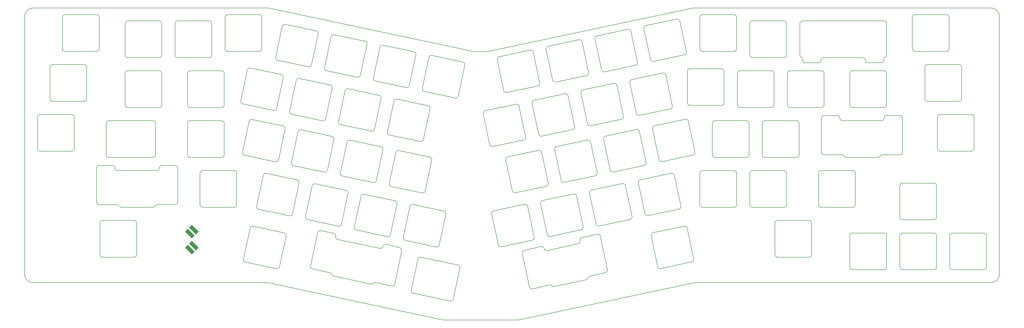
<source format=gto>
G04 #@! TF.GenerationSoftware,KiCad,Pcbnew,5.1.10-88a1d61d58~90~ubuntu21.04.1*
G04 #@! TF.CreationDate,2021-09-18T02:25:30+02:00*
G04 #@! TF.ProjectId,basketweave_plate,6261736b-6574-4776-9561-76655f706c61,rev?*
G04 #@! TF.SameCoordinates,Original*
G04 #@! TF.FileFunction,Legend,Top*
G04 #@! TF.FilePolarity,Positive*
%FSLAX46Y46*%
G04 Gerber Fmt 4.6, Leading zero omitted, Abs format (unit mm)*
G04 Created by KiCad (PCBNEW 5.1.10-88a1d61d58~90~ubuntu21.04.1) date 2021-09-18 02:25:30*
%MOMM*%
%LPD*%
G01*
G04 APERTURE LIST*
G04 #@! TA.AperFunction,Profile*
%ADD10C,0.200000*%
G04 #@! TD*
%ADD11C,0.100000*%
G04 APERTURE END LIST*
D10*
X320524504Y-61387507D02*
G75*
G02*
X319524504Y-60387507I0J1000000D01*
G01*
X351487500Y-58387506D02*
X351487500Y-46387500D01*
X318981000Y-59277223D02*
G75*
G02*
X318437500Y-58387500I456500J889723D01*
G01*
X344400517Y-61387507D02*
G75*
G02*
X343400517Y-60387507I0J1000000D01*
G01*
X350944000Y-59277229D02*
G75*
G03*
X350400500Y-60166952I456500J-889723D01*
G01*
X350944000Y-59277229D02*
G75*
G03*
X351487500Y-58387506I-456500J889723D01*
G01*
X350482515Y-45387499D02*
X319432509Y-45387499D01*
X350400521Y-60387507D02*
G75*
G02*
X349400520Y-61387508I-1000001J0D01*
G01*
X344400517Y-61387508D02*
X349400520Y-61387508D01*
X318437500Y-46387500D02*
G75*
G02*
X319437500Y-45387500I1000000J0D01*
G01*
X326524508Y-60387507D02*
G75*
G02*
X325524507Y-61387508I-1000001J0D01*
G01*
X350487499Y-45387499D02*
G75*
G02*
X351487500Y-46387500I0J-1000001D01*
G01*
X320524504Y-61387508D02*
X325524507Y-61387508D01*
X350400500Y-60166952D02*
X350400521Y-60387507D01*
X342400516Y-59387506D02*
G75*
G02*
X343400517Y-60387507I0J-1000001D01*
G01*
X318981000Y-59277223D02*
G75*
G02*
X319524500Y-60166946I-456500J-889723D01*
G01*
X327524508Y-59387507D02*
X342400516Y-59387507D01*
X326524508Y-60387507D02*
G75*
G02*
X327524508Y-59387507I1000000J0D01*
G01*
X312387500Y-45387500D02*
G75*
G02*
X313387500Y-46387500I0J-1000000D01*
G01*
X318437500Y-46387500D02*
X318437500Y-58387500D01*
X319524500Y-60166946D02*
X319524504Y-60387507D01*
X27927500Y-82106250D02*
G75*
G02*
X28927500Y-81106250I1000000J0D01*
G01*
X28927500Y-95106250D02*
G75*
G02*
X27927500Y-94106250I0J1000000D01*
G01*
X28927500Y-81106250D02*
X40927500Y-81106250D01*
X40927500Y-95106250D02*
X28927500Y-95106250D01*
X41927500Y-94106250D02*
G75*
G02*
X40927500Y-95106250I-1000000J0D01*
G01*
X41927500Y-82106250D02*
X41927500Y-94106250D01*
X40927500Y-81106250D02*
G75*
G02*
X41927500Y-82106250I0J-1000000D01*
G01*
X27927500Y-94106250D02*
X27927500Y-82106250D01*
X45687500Y-62056250D02*
G75*
G02*
X46687500Y-63056250I0J-1000000D01*
G01*
X33687500Y-76056250D02*
G75*
G02*
X32687500Y-75056250I0J1000000D01*
G01*
X45687500Y-76056250D02*
X33687500Y-76056250D01*
X32687500Y-75056250D02*
X32687500Y-63056250D01*
X46687500Y-63056250D02*
X46687500Y-75056250D01*
X32687500Y-63056250D02*
G75*
G02*
X33687500Y-62056250I1000000J0D01*
G01*
X46687500Y-75056250D02*
G75*
G02*
X45687500Y-76056250I-1000000J0D01*
G01*
X33687500Y-62056250D02*
X45687500Y-62056250D01*
X380062500Y-63056250D02*
X380062500Y-75056250D01*
X380062500Y-75056250D02*
G75*
G02*
X379062500Y-76056250I-1000000J0D01*
G01*
X379062500Y-76056250D02*
X367062500Y-76056250D01*
X379062500Y-62056250D02*
G75*
G02*
X380062500Y-63056250I0J-1000000D01*
G01*
X366062500Y-63056250D02*
G75*
G02*
X367062500Y-62056250I1000000J0D01*
G01*
X367062500Y-62056250D02*
X379062500Y-62056250D01*
X367062500Y-76056250D02*
G75*
G02*
X366062500Y-75056250I0J1000000D01*
G01*
X366062500Y-75056250D02*
X366062500Y-63056250D01*
X174042718Y-135612290D02*
X188110514Y-138588750D01*
X262550733Y-126213914D02*
X274308691Y-123729750D01*
X222919320Y-146203910D02*
G75*
G02*
X223870377Y-146512927I207912J-978148D01*
G01*
X216582162Y-147756903D02*
G75*
G02*
X215396102Y-146986669I-207913J978147D01*
G01*
X264275437Y-139137745D02*
X261780497Y-127399974D01*
X185199748Y-152366756D02*
X171131956Y-149306356D01*
X139360791Y-141511067D02*
G75*
G02*
X140103936Y-142180198I-207912J-978148D01*
G01*
X234682251Y-129274901D02*
G75*
G02*
X235452488Y-128088840I978149J207912D01*
G01*
X172856659Y-136382527D02*
G75*
G02*
X174042718Y-135612290I978148J-207911D01*
G01*
X188880750Y-139774810D02*
X186385808Y-151596520D01*
X277219454Y-137423814D02*
X265461496Y-139907981D01*
X170361720Y-148120298D02*
X172856660Y-136382527D01*
X171131956Y-149306356D02*
G75*
G02*
X170361720Y-148120298I207911J978147D01*
G01*
X277989690Y-136237756D02*
G75*
G02*
X277219454Y-137423814I-978147J-207911D01*
G01*
X245093662Y-140263905D02*
X242390810Y-127547986D01*
X275494750Y-124499985D02*
X277989690Y-136237756D01*
X261780496Y-127399973D02*
G75*
G02*
X262550733Y-126213914I978148J207911D01*
G01*
X222155094Y-133045853D02*
G75*
G02*
X220969033Y-132275618I-207913J978148D01*
G01*
X186385808Y-151596520D02*
G75*
G02*
X185199748Y-152366756I-978148J207912D01*
G01*
X265461497Y-139907981D02*
G75*
G02*
X264275437Y-139137745I-207912J978148D01*
G01*
X219782974Y-131505383D02*
G75*
G02*
X220969033Y-132275618I207912J-978147D01*
G01*
X274308691Y-123729750D02*
G75*
G02*
X275494750Y-124499985I207912J-978147D01*
G01*
X188110514Y-138588750D02*
G75*
G02*
X188880750Y-139774810I-207912J-978148D01*
G01*
X237572355Y-143607629D02*
G75*
G02*
X236829210Y-144276759I-951056J309018D01*
G01*
X140847080Y-142849328D02*
G75*
G02*
X140103936Y-142180198I207911J978147D01*
G01*
X224821433Y-146821944D02*
G75*
G02*
X223870377Y-146512927I-207912J978147D01*
G01*
X164115750Y-145861430D02*
G75*
G02*
X162929690Y-146631666I-978148J207912D01*
G01*
X212693251Y-134270750D02*
G75*
G02*
X213463486Y-133084691I978147J207912D01*
G01*
X140810796Y-126484166D02*
G75*
G02*
X141581031Y-127670225I-207912J-978147D01*
G01*
X215396102Y-146986669D02*
X212693250Y-134270750D01*
X216582162Y-147756903D02*
X222919320Y-146203910D01*
X132801383Y-140116821D02*
G75*
G02*
X132031146Y-138930762I207911J978148D01*
G01*
X235452488Y-128088840D02*
X241204750Y-126777750D01*
X162929690Y-146631666D02*
X156899964Y-145234235D01*
X159612251Y-131432943D02*
G75*
G02*
X158426191Y-132203179I-978148J207912D01*
G01*
X237572356Y-143607629D02*
G75*
G02*
X238315500Y-142938500I951055J-309017D01*
G01*
X140810795Y-126484165D02*
X135920057Y-125444607D01*
X238315500Y-142938500D02*
X244323425Y-141449966D01*
X155948909Y-145543252D02*
G75*
G02*
X156899964Y-145234235I743144J-669129D01*
G01*
X132801382Y-140116821D02*
X139360791Y-141511067D01*
X155948908Y-145543252D02*
G75*
G02*
X154997851Y-145852269I-743145J669131D01*
G01*
X241204750Y-126777750D02*
G75*
G02*
X242390810Y-127547986I207912J-978148D01*
G01*
X165960728Y-131959452D02*
G75*
G02*
X166730965Y-133145511I-207911J-978148D01*
G01*
X154997851Y-145852269D02*
X140847080Y-142849328D01*
X132031146Y-138930762D02*
X134733998Y-126214843D01*
X222155094Y-133045853D02*
X233912016Y-130460961D01*
X234682254Y-129274901D02*
G75*
G02*
X233912016Y-130460961I-978149J-207911D01*
G01*
X236829210Y-144276759D02*
X224821433Y-146821944D01*
X165960728Y-131959452D02*
X160798310Y-130662706D01*
X134733998Y-126214844D02*
G75*
G02*
X135920057Y-125444607I978148J-207911D01*
G01*
X142351267Y-128856284D02*
X158426191Y-132203179D01*
X164115750Y-145861430D02*
X166730965Y-133145511D01*
X245093662Y-140263905D02*
G75*
G02*
X244323425Y-141449966I-978149J-207912D01*
G01*
X219782974Y-131505383D02*
X213463486Y-133084691D01*
X142351268Y-128856284D02*
G75*
G02*
X141581031Y-127670225I207911J978148D01*
G01*
X159612250Y-131432942D02*
G75*
G02*
X160798310Y-130662706I978148J-207912D01*
G01*
X168105032Y-129187375D02*
G75*
G02*
X167334796Y-128001317I207911J978147D01*
G01*
X334680250Y-83487500D02*
G75*
G02*
X333680250Y-82487500I0J1000000D01*
G01*
X80331250Y-115537500D02*
X73625301Y-115537501D01*
X56455250Y-100537500D02*
G75*
G02*
X57455250Y-101537500I0J-1000000D01*
G01*
X58455250Y-102537500D02*
G75*
G02*
X57455250Y-101537500I0J1000000D01*
G01*
X56455250Y-100537500D02*
X51455250Y-100537500D01*
X332680250Y-81487500D02*
X327680250Y-81487500D01*
X50455250Y-101537500D02*
G75*
G02*
X51455250Y-100537500I1000000J0D01*
G01*
X327680250Y-96487500D02*
G75*
G02*
X326680250Y-95487500I0J1000000D01*
G01*
X50455250Y-114537500D02*
X50455250Y-101537500D01*
X80331250Y-100537500D02*
X75331250Y-100537500D01*
X350556250Y-82487500D02*
G75*
G02*
X351556250Y-81487500I1000000J0D01*
G01*
X80331250Y-100537500D02*
G75*
G02*
X81331250Y-101537500I0J-1000000D01*
G01*
X81331250Y-114537500D02*
X81331250Y-101537500D01*
X72759276Y-116037501D02*
G75*
G02*
X73625301Y-115537501I866025J-500000D01*
G01*
X332680250Y-81487500D02*
G75*
G02*
X333680250Y-82487500I0J-1000000D01*
G01*
X59893250Y-116537501D02*
G75*
G02*
X59027225Y-116037501I0J1000000D01*
G01*
X74331251Y-101537500D02*
G75*
G02*
X73331250Y-102537501I-1000001J0D01*
G01*
X327680250Y-96487500D02*
X334386200Y-96487501D01*
X72759275Y-116037501D02*
G75*
G02*
X71893250Y-116537501I-866025J500000D01*
G01*
X357556250Y-95487500D02*
X357556250Y-82487500D01*
X58161200Y-115537501D02*
G75*
G02*
X59027225Y-116037501I0J-1000000D01*
G01*
X81331250Y-114537500D02*
G75*
G02*
X80331250Y-115537500I-1000000J0D01*
G01*
X74331250Y-101537500D02*
G75*
G02*
X75331250Y-100537500I1000000J0D01*
G01*
X51455250Y-115537500D02*
G75*
G02*
X50455250Y-114537500I0J1000000D01*
G01*
X51455250Y-115537500D02*
X58161200Y-115537501D01*
D11*
G36*
X89217500Y-125761750D02*
G01*
X88201500Y-126777750D01*
X85661500Y-124237750D01*
X86677500Y-123221750D01*
X89217500Y-125761750D01*
G37*
X89217500Y-125761750D02*
X88201500Y-126777750D01*
X85661500Y-124237750D01*
X86677500Y-123221750D01*
X89217500Y-125761750D01*
G36*
X87693500Y-127285750D02*
G01*
X86677500Y-128301750D01*
X84137500Y-125761750D01*
X85153500Y-124745750D01*
X87693500Y-127285750D01*
G37*
X87693500Y-127285750D02*
X86677500Y-128301750D01*
X84137500Y-125761750D01*
X85153500Y-124745750D01*
X87693500Y-127285750D01*
G36*
X89217500Y-131857750D02*
G01*
X88201500Y-132873750D01*
X85661500Y-130333750D01*
X86677500Y-129317750D01*
X89217500Y-131857750D01*
G37*
X89217500Y-131857750D02*
X88201500Y-132873750D01*
X85661500Y-130333750D01*
X86677500Y-129317750D01*
X89217500Y-131857750D01*
G36*
X87693500Y-133381750D02*
G01*
X86677500Y-134397750D01*
X84137500Y-131857750D01*
X85153500Y-130841750D01*
X87693500Y-133381750D01*
G37*
X87693500Y-133381750D02*
X86677500Y-134397750D01*
X84137500Y-131857750D01*
X85153500Y-130841750D01*
X87693500Y-133381750D01*
D10*
X169618875Y-70060049D02*
G75*
G02*
X168432815Y-70830285I-978148J207912D01*
G01*
X175328757Y-72296060D02*
G75*
G02*
X174558521Y-71110002I207911J978147D01*
G01*
X172113816Y-58322278D02*
X169618874Y-70060048D01*
X171343580Y-57136218D02*
G75*
G02*
X172113816Y-58322278I-207912J-978148D01*
G01*
X174558521Y-71110002D02*
X177053461Y-59372231D01*
X168432815Y-70830285D02*
X156695045Y-68335343D01*
X155924809Y-67149285D02*
X158419749Y-55411514D01*
X177053460Y-59372231D02*
G75*
G02*
X178239519Y-58601994I978148J-207911D01*
G01*
X178239519Y-58601994D02*
X189977291Y-61096935D01*
X190747528Y-62282995D02*
X188252586Y-74020765D01*
X161280947Y-87763355D02*
X163775887Y-76025584D01*
X156695045Y-68335343D02*
G75*
G02*
X155924809Y-67149285I207911J978147D01*
G01*
X188252587Y-74020766D02*
G75*
G02*
X187066527Y-74791002I-978148J207912D01*
G01*
X189977292Y-61096935D02*
G75*
G02*
X190747528Y-62282995I-207912J-978148D01*
G01*
X173788953Y-91444355D02*
X162051183Y-88949413D01*
X164961945Y-75255347D02*
X176699717Y-77750288D01*
X163775886Y-76025584D02*
G75*
G02*
X164961945Y-75255347I978148J-207911D01*
G01*
X174975013Y-90674119D02*
G75*
G02*
X173788953Y-91444355I-978148J207912D01*
G01*
X159605807Y-54641277D02*
X171343579Y-57136218D01*
X158419748Y-55411514D02*
G75*
G02*
X159605807Y-54641277I978148J-207911D01*
G01*
X187066527Y-74791002D02*
X175328757Y-72296060D01*
X138061333Y-64374625D02*
G75*
G02*
X137291097Y-63188567I207911J978147D01*
G01*
X153480104Y-54361560D02*
X150985162Y-66099330D01*
X131165392Y-62908849D02*
X119427622Y-60413907D01*
X119427622Y-60413907D02*
G75*
G02*
X118657386Y-59227849I207911J978147D01*
G01*
X140972095Y-50680559D02*
X152709867Y-53175500D01*
X149799103Y-66869567D02*
X138061333Y-64374625D01*
X150985163Y-66099331D02*
G75*
G02*
X149799103Y-66869567I-978148J207912D01*
G01*
X134076157Y-49214782D02*
G75*
G02*
X134846393Y-50400842I-207912J-978148D01*
G01*
X137291097Y-63188567D02*
X139786037Y-51450796D01*
X122338384Y-46719841D02*
X134076156Y-49214782D01*
X139786036Y-51450796D02*
G75*
G02*
X140972095Y-50680559I978148J-207911D01*
G01*
X152709868Y-53175500D02*
G75*
G02*
X153480104Y-54361560I-207912J-978148D01*
G01*
X121152325Y-47490078D02*
G75*
G02*
X122338384Y-46719841I978148J-207911D01*
G01*
X132351452Y-62138613D02*
G75*
G02*
X131165392Y-62908849I-978148J207912D01*
G01*
X118657386Y-59227849D02*
X121152326Y-47490078D01*
X134846393Y-50400842D02*
X132351451Y-62138612D01*
X238697769Y-85424575D02*
G75*
G02*
X237511709Y-84654339I-207912J978148D01*
G01*
X259006618Y-48341779D02*
G75*
G02*
X259776855Y-47155720I978148J207911D01*
G01*
X242867848Y-64040268D02*
X240372908Y-52302497D01*
X217153294Y-75691226D02*
X228891065Y-73196286D01*
X235016768Y-72916567D02*
G75*
G02*
X235787005Y-71730508I978148J207911D01*
G01*
X222509432Y-55077155D02*
X234247203Y-52582215D01*
X221739195Y-56263214D02*
G75*
G02*
X222509432Y-55077155I978148J207911D01*
G01*
X259776855Y-47155720D02*
X271514626Y-44660780D01*
X218524254Y-70236999D02*
X206786483Y-72731940D01*
X206786484Y-72731940D02*
G75*
G02*
X205600424Y-71961704I-207912J978148D01*
G01*
X255791678Y-62315563D02*
X244053907Y-64810504D01*
X256145421Y-80693621D02*
X253650481Y-68955850D01*
X225420196Y-68771222D02*
G75*
G02*
X224234136Y-68000986I-207912J978148D01*
G01*
X216799550Y-57313169D02*
X219294490Y-69050940D01*
X275195625Y-57168788D02*
G75*
G02*
X274425389Y-58354846I-978147J-207911D01*
G01*
X216383057Y-76877285D02*
G75*
G02*
X217153294Y-75691226I978148J207911D01*
G01*
X261501559Y-60079551D02*
X259006619Y-48341780D01*
X257331481Y-81463857D02*
G75*
G02*
X256145421Y-80693621I-207912J978148D01*
G01*
X254066974Y-49391733D02*
X256561914Y-61129504D01*
X219294490Y-69050941D02*
G75*
G02*
X218524254Y-70236999I-978147J-207911D01*
G01*
X262687619Y-60849787D02*
G75*
G02*
X261501559Y-60079551I-207912J978148D01*
G01*
X391318750Y-40481250D02*
G75*
G02*
X394493750Y-43656250I0J-3175000D01*
G01*
X23018750Y-43656250D02*
G75*
G02*
X26193750Y-40481250I3175000J0D01*
G01*
X182562500Y-159543750D02*
X211137500Y-159543750D01*
X248710835Y-70005804D02*
X251205775Y-81743575D01*
X201430346Y-93346010D02*
G75*
G02*
X200244286Y-92575774I-207912J978148D01*
G01*
X213168116Y-90851069D02*
X201430345Y-93346010D01*
X244053908Y-64810504D02*
G75*
G02*
X242867848Y-64040268I-207912J978148D01*
G01*
X231801828Y-86890352D02*
X220064057Y-89385293D01*
X215613491Y-56542934D02*
G75*
G02*
X216799550Y-57313169I207912J-978147D01*
G01*
X234247203Y-52582216D02*
G75*
G02*
X235433262Y-53352451I207912J-978147D01*
G01*
X218877998Y-88615057D02*
X216383058Y-76877286D01*
X197749345Y-80838002D02*
G75*
G02*
X198519582Y-79651943I978148J207911D01*
G01*
X266158488Y-65274851D02*
G75*
G02*
X267344547Y-66045086I207912J-978147D01*
G01*
X198519582Y-79651943D02*
X210257353Y-77157003D01*
X211443412Y-77927239D02*
X213938352Y-89665010D01*
X232572064Y-85704294D02*
G75*
G02*
X231801828Y-86890352I-978147J-207911D01*
G01*
X210257353Y-77157004D02*
G75*
G02*
X211443412Y-77927239I207912J-978147D01*
G01*
X200244286Y-92575774D02*
X197749346Y-80838003D01*
X272700685Y-45431016D02*
X275195625Y-57168787D01*
X271514626Y-44660781D02*
G75*
G02*
X272700685Y-45431016I207912J-978147D01*
G01*
X230077124Y-73966522D02*
X232572064Y-85704293D01*
X213938352Y-89665011D02*
G75*
G02*
X213168116Y-90851069I-978147J-207911D01*
G01*
X241143144Y-51116437D02*
X252880915Y-48621497D01*
X256561914Y-61129505D02*
G75*
G02*
X255791678Y-62315563I-978147J-207911D01*
G01*
X240372907Y-52302496D02*
G75*
G02*
X241143144Y-51116437I978148J207911D01*
G01*
X251205775Y-81743576D02*
G75*
G02*
X250435539Y-82929634I-978147J-207911D01*
G01*
X237928202Y-65090223D02*
G75*
G02*
X237157966Y-66276281I-978147J-207911D01*
G01*
X224234136Y-68000986D02*
X221739196Y-56263215D01*
X203875720Y-59037873D02*
X215613491Y-56542933D01*
X220064058Y-89385293D02*
G75*
G02*
X218877998Y-88615057I-207912J978148D01*
G01*
X250435539Y-82929634D02*
X238697768Y-85424575D01*
X235433262Y-53352451D02*
X237928202Y-65090222D01*
X203105483Y-60223932D02*
G75*
G02*
X203875720Y-59037873I978148J207911D01*
G01*
X237157966Y-66276281D02*
X225420195Y-68771222D01*
X205600424Y-71961704D02*
X203105484Y-60223933D01*
X391318750Y-145256250D02*
X278606250Y-145256250D01*
X394493750Y-142081250D02*
G75*
G02*
X391318750Y-145256250I-3175000J0D01*
G01*
X274425389Y-58354846D02*
X262687618Y-60849787D01*
X228891065Y-73196287D02*
G75*
G02*
X230077124Y-73966522I207912J-978147D01*
G01*
X237511709Y-84654339D02*
X235016769Y-72916568D01*
X235787005Y-71730508D02*
X247524776Y-69235568D01*
X252880915Y-48621498D02*
G75*
G02*
X254066974Y-49391733I207912J-978147D01*
G01*
X247524776Y-69235569D02*
G75*
G02*
X248710835Y-70005804I207912J-978147D01*
G01*
X357537500Y-126350000D02*
X369537500Y-126350000D01*
X388537500Y-126350000D02*
G75*
G02*
X389537500Y-127350000I0J-1000000D01*
G01*
X370537500Y-139350000D02*
G75*
G02*
X369537500Y-140350000I-1000000J0D01*
G01*
X26193750Y-145256250D02*
X115443000Y-145256250D01*
X391318750Y-40481250D02*
X277812500Y-40481250D01*
X357537500Y-140350000D02*
G75*
G02*
X356537500Y-139350000I0J1000000D01*
G01*
X369537500Y-126350000D02*
G75*
G02*
X370537500Y-127350000I0J-1000000D01*
G01*
X370537500Y-127350000D02*
X370537500Y-139350000D01*
X199231250Y-57150000D02*
X194468750Y-57150000D01*
X356537500Y-127350000D02*
G75*
G02*
X357537500Y-126350000I1000000J0D01*
G01*
X23018750Y-43656250D02*
X23018750Y-142081250D01*
X388537500Y-140350000D02*
X376537500Y-140350000D01*
X369537500Y-140350000D02*
X357537500Y-140350000D01*
X389537500Y-139350000D02*
G75*
G02*
X388537500Y-140350000I-1000000J0D01*
G01*
X350487500Y-126350000D02*
G75*
G02*
X351487500Y-127350000I0J-1000000D01*
G01*
X278606250Y-145256250D02*
X211137500Y-159543750D01*
X115443000Y-145256250D02*
X182562500Y-159543750D01*
X277812500Y-40481250D02*
X199231250Y-57150000D01*
X26193750Y-145256250D02*
G75*
G02*
X23018750Y-142081250I0J3175000D01*
G01*
X115887500Y-40481250D02*
X194468750Y-57150000D01*
X376537500Y-126350000D02*
X388537500Y-126350000D01*
X26193750Y-40481250D02*
X115887500Y-40481250D01*
X375537500Y-139350000D02*
X375537500Y-127350000D01*
X376537500Y-140350000D02*
G75*
G02*
X375537500Y-139350000I0J1000000D01*
G01*
X394493750Y-43656250D02*
X394493750Y-142081250D01*
X389537500Y-127350000D02*
X389537500Y-139350000D01*
X375537500Y-127350000D02*
G75*
G02*
X376537500Y-126350000I1000000J0D01*
G01*
X356537500Y-139350000D02*
X356537500Y-127350000D01*
X177397429Y-97374179D02*
G75*
G02*
X178167665Y-98560239I-207912J-978148D01*
G01*
X162748894Y-108573304D02*
G75*
G02*
X161978658Y-107387246I207911J978147D01*
G01*
X149471320Y-125226657D02*
G75*
G02*
X148701084Y-124040599I207911J978147D01*
G01*
X175672724Y-110298010D02*
G75*
G02*
X174486664Y-111068246I-978148J207912D01*
G01*
X161209090Y-127721599D02*
X149471320Y-125226657D01*
X115114658Y-103611156D02*
X126852430Y-106106097D01*
X125127726Y-119029928D02*
G75*
G02*
X123941666Y-119800164I-978148J207912D01*
G01*
X159533953Y-94599522D02*
X157039011Y-106337292D01*
X108954436Y-124567914D02*
G75*
G02*
X110140495Y-123797677I978148J-207911D01*
G01*
X120153563Y-139216449D02*
G75*
G02*
X118967503Y-139986685I-978148J207912D01*
G01*
X121878268Y-126292618D02*
G75*
G02*
X122648504Y-127478678I-207912J-978148D01*
G01*
X123941666Y-119800164D02*
X112203896Y-117305222D01*
X162395150Y-126951363D02*
G75*
G02*
X161209090Y-127721599I-978148J207912D01*
G01*
X122648504Y-127478678D02*
X120153562Y-139216448D01*
X107229733Y-137491743D02*
G75*
G02*
X106459497Y-136305685I207911J978147D01*
G01*
X110140495Y-123797677D02*
X121878267Y-126292618D01*
X113928599Y-104381393D02*
G75*
G02*
X115114658Y-103611156I978148J-207911D01*
G01*
X158763717Y-93413462D02*
G75*
G02*
X159533953Y-94599522I-207912J-978148D01*
G01*
X161978658Y-107387246D02*
X164473598Y-95649475D01*
X127622667Y-107292157D02*
X125127725Y-119029927D01*
X106459497Y-136305685D02*
X108954437Y-124567914D01*
X171015794Y-115493309D02*
X182753566Y-117988250D01*
X152382082Y-111532591D02*
X164119854Y-114027532D01*
X144115182Y-104612587D02*
G75*
G02*
X143344946Y-103426529I207911J978147D01*
G01*
X145839885Y-91688758D02*
G75*
G02*
X147025944Y-90918521I978148J-207911D01*
G01*
X133748370Y-107571874D02*
X145486142Y-110066815D01*
X145486143Y-110066815D02*
G75*
G02*
X146256379Y-111252875I-207912J-978148D01*
G01*
X151196023Y-112302828D02*
G75*
G02*
X152382082Y-111532591I978148J-207911D01*
G01*
X164890091Y-115213592D02*
X162395149Y-126951362D01*
X142575378Y-123760882D02*
X130837608Y-121265940D01*
X130067372Y-120079882D02*
X132562312Y-108342111D01*
X148701084Y-124040599D02*
X151196024Y-112302828D01*
X143761438Y-122990646D02*
G75*
G02*
X142575378Y-123760882I-978148J207912D01*
G01*
X164473597Y-95649475D02*
G75*
G02*
X165659656Y-94879238I978148J-207911D01*
G01*
X132562311Y-108342111D02*
G75*
G02*
X133748370Y-107571874I978148J-207911D01*
G01*
X130837608Y-121265940D02*
G75*
G02*
X130067372Y-120079882I207911J978147D01*
G01*
X146256379Y-111252875D02*
X143761437Y-122990645D01*
X165659656Y-94879238D02*
X177397428Y-97374179D01*
X164119855Y-114027532D02*
G75*
G02*
X164890091Y-115213592I-207912J-978148D01*
G01*
X111433660Y-116119164D02*
X113928600Y-104381393D01*
X126852431Y-106106097D02*
G75*
G02*
X127622667Y-107292157I-207912J-978148D01*
G01*
X112203896Y-117305222D02*
G75*
G02*
X111433660Y-116119164I207911J978147D01*
G01*
X118967503Y-139986685D02*
X107229733Y-137491743D01*
X157039012Y-106337293D02*
G75*
G02*
X155852952Y-107107529I-978148J207912D01*
G01*
X174486664Y-111068246D02*
X162748894Y-108573304D01*
X178167665Y-98560239D02*
X175672723Y-110298009D01*
X120798583Y-65868135D02*
G75*
G02*
X121568819Y-67054195I-207912J-978148D01*
G01*
X139432295Y-69828853D02*
G75*
G02*
X140202531Y-71014913I-207912J-978148D01*
G01*
X140202531Y-71014913D02*
X137707589Y-82752683D01*
X127206173Y-87728040D02*
G75*
G02*
X128392232Y-86957803I978148J-207911D01*
G01*
X140130005Y-89452744D02*
G75*
G02*
X140900241Y-90638804I-207912J-978148D01*
G01*
X125481470Y-100651869D02*
G75*
G02*
X124711234Y-99465811I207911J978147D01*
G01*
X140900241Y-90638804D02*
X138405299Y-102376574D01*
X147025944Y-90918521D02*
X158763716Y-93413462D01*
X119073878Y-78791966D02*
G75*
G02*
X117887818Y-79562202I-978148J207912D01*
G01*
X126508463Y-68104149D02*
G75*
G02*
X127694522Y-67333912I978148J-207911D01*
G01*
X124013524Y-79841920D02*
X126508464Y-68104149D01*
X118585528Y-99186093D02*
X106847758Y-96691151D01*
X124711234Y-99465811D02*
X127206174Y-87728040D01*
X155852952Y-107107529D02*
X144115182Y-104612587D01*
X143344946Y-103426529D02*
X145839886Y-91688758D01*
X143417472Y-84988695D02*
G75*
G02*
X142647236Y-83802637I207911J978147D01*
G01*
X109758520Y-82997085D02*
X121496292Y-85492026D01*
X136521530Y-83522920D02*
X124783760Y-81027978D01*
X176699718Y-77750288D02*
G75*
G02*
X177469954Y-78936348I-207912J-978148D01*
G01*
X177469954Y-78936348D02*
X174975012Y-90674118D01*
X155155242Y-87483637D02*
X143417472Y-84988695D01*
X145142175Y-72064866D02*
G75*
G02*
X146328234Y-71294629I978148J-207911D01*
G01*
X106150048Y-77067260D02*
G75*
G02*
X105379812Y-75881202I207911J978147D01*
G01*
X106077522Y-95505093D02*
X108572462Y-83767322D01*
X127694522Y-67333912D02*
X139432294Y-69828853D01*
X108572461Y-83767322D02*
G75*
G02*
X109758520Y-82997085I978148J-207911D01*
G01*
X106847758Y-96691151D02*
G75*
G02*
X106077522Y-95505093I207911J978147D01*
G01*
X156341302Y-86713401D02*
G75*
G02*
X155155242Y-87483637I-978148J207912D01*
G01*
X105379812Y-75881202D02*
X107874752Y-64143431D01*
X142647236Y-83802637D02*
X145142176Y-72064866D01*
X117887818Y-79562202D02*
X106150048Y-77067260D01*
X121568819Y-67054195D02*
X119073877Y-78791965D01*
X121496293Y-85492026D02*
G75*
G02*
X122266529Y-86678086I-207912J-978148D01*
G01*
X158836243Y-74975630D02*
X156341301Y-86713400D01*
X137707590Y-82752684D02*
G75*
G02*
X136521530Y-83522920I-978148J207912D01*
G01*
X109060810Y-63373194D02*
X120798582Y-65868135D01*
X122266529Y-86678086D02*
X119771587Y-98415856D01*
X128392232Y-86957803D02*
X140130004Y-89452744D01*
X137219240Y-103146811D02*
X125481470Y-100651869D01*
X138405300Y-102376575D02*
G75*
G02*
X137219240Y-103146811I-978148J207912D01*
G01*
X158066007Y-73789570D02*
G75*
G02*
X158836243Y-74975630I-207912J-978148D01*
G01*
X146328234Y-71294629D02*
X158066006Y-73789570D01*
X119771588Y-98415857D02*
G75*
G02*
X118585528Y-99186093I-978148J207912D01*
G01*
X124783760Y-81027978D02*
G75*
G02*
X124013524Y-79841920I207911J978147D01*
G01*
X162051183Y-88949413D02*
G75*
G02*
X161280947Y-87763355I207911J978147D01*
G01*
X107874751Y-64143431D02*
G75*
G02*
X109060810Y-63373194I978148J-207911D01*
G01*
X216431123Y-129108672D02*
X204693352Y-131603613D01*
X259824921Y-99387108D02*
G75*
G02*
X259054685Y-100573166I-978147J-207911D01*
G01*
X265950627Y-99107390D02*
G75*
G02*
X264764567Y-98337154I-207912J978148D01*
G01*
X264764567Y-98337154D02*
X262269627Y-86599383D01*
X247316915Y-103068107D02*
G75*
G02*
X246130855Y-102297871I-207912J978148D01*
G01*
X222141005Y-126872660D02*
X219646065Y-115134889D01*
X225002202Y-94520817D02*
G75*
G02*
X225772439Y-93334758I978148J207911D01*
G01*
X222557498Y-107308544D02*
G75*
G02*
X221787262Y-108494602I-978147J-207911D01*
G01*
X210049492Y-110989543D02*
G75*
G02*
X208863432Y-110219307I-207912J978148D01*
G01*
X218876499Y-94800537D02*
G75*
G02*
X220062558Y-95570772I207912J-978147D01*
G01*
X278458633Y-95426391D02*
G75*
G02*
X277688397Y-96612449I-978147J-207911D01*
G01*
X275963693Y-83688619D02*
X278458633Y-95426390D01*
X243635914Y-90560099D02*
G75*
G02*
X244406151Y-89374040I978148J207911D01*
G01*
X225772439Y-93334758D02*
X237510210Y-90839818D01*
X220062558Y-95570772D02*
X222557498Y-107308543D01*
X208863432Y-110219307D02*
X206368492Y-98481536D01*
X254420717Y-67769790D02*
X266158488Y-65274850D01*
X267344547Y-66045086D02*
X269839487Y-77782857D01*
X263039863Y-85413323D02*
X274777634Y-82918383D01*
X240420973Y-104533884D02*
X228683202Y-107028825D01*
X237510210Y-90839819D02*
G75*
G02*
X238696269Y-91610054I207912J-978147D01*
G01*
X256143922Y-86879101D02*
G75*
G02*
X257329981Y-87649336I207912J-978147D01*
G01*
X238696269Y-91610054D02*
X241191209Y-103347825D01*
X241191209Y-103347826D02*
G75*
G02*
X240420973Y-104533884I-978147J-207911D01*
G01*
X207138728Y-97295476D02*
X218876499Y-94800536D01*
X277688397Y-96612449D02*
X265950626Y-99107390D01*
X269069251Y-78968916D02*
X257331480Y-81463857D01*
X269839487Y-77782858D02*
G75*
G02*
X269069251Y-78968916I-978147J-207911D01*
G01*
X257329981Y-87649336D02*
X259824921Y-99387107D01*
X253650480Y-68955849D02*
G75*
G02*
X254420717Y-67769790I978148J207911D01*
G01*
X244406151Y-89374040D02*
X256143922Y-86879100D01*
X204693353Y-131603613D02*
G75*
G02*
X203507293Y-130833377I-207912J978148D01*
G01*
X213520360Y-115414607D02*
G75*
G02*
X214706419Y-116184842I207912J-978147D01*
G01*
X246130855Y-102297871D02*
X243635915Y-90560100D01*
X203507293Y-130833377D02*
X201012353Y-119095606D01*
X262269626Y-86599382D02*
G75*
G02*
X263039863Y-85413323I978148J207911D01*
G01*
X217201359Y-127922614D02*
G75*
G02*
X216431123Y-129108672I-978147J-207911D01*
G01*
X259054685Y-100573166D02*
X247316914Y-103068107D01*
X228683203Y-107028825D02*
G75*
G02*
X227497143Y-106258589I-207912J978148D01*
G01*
X201782589Y-117909546D02*
X213520360Y-115414606D01*
X227497143Y-106258589D02*
X225002203Y-94520818D01*
X214706419Y-116184842D02*
X217201359Y-127922613D01*
X221787262Y-108494602D02*
X210049491Y-110989543D01*
X206368491Y-98481535D02*
G75*
G02*
X207138728Y-97295476I978148J207911D01*
G01*
X274777634Y-82918384D02*
G75*
G02*
X275963693Y-83688619I207912J-978147D01*
G01*
X201012352Y-119095605D02*
G75*
G02*
X201782589Y-117909546I978148J207911D01*
G01*
X383825000Y-95106250D02*
X371825000Y-95106250D01*
X374300000Y-57006250D02*
X362300000Y-57006250D01*
X38450000Y-43006250D02*
X50450000Y-43006250D01*
X51450000Y-56006250D02*
G75*
G02*
X50450000Y-57006250I-1000000J0D01*
G01*
X75262500Y-58387500D02*
G75*
G02*
X74262500Y-59387500I-1000000J0D01*
G01*
X37450000Y-44006250D02*
G75*
G02*
X38450000Y-43006250I1000000J0D01*
G01*
X375300000Y-56006250D02*
G75*
G02*
X374300000Y-57006250I-1000000J0D01*
G01*
X362300000Y-57006250D02*
G75*
G02*
X361300000Y-56006250I0J1000000D01*
G01*
X361300000Y-44006250D02*
G75*
G02*
X362300000Y-43006250I1000000J0D01*
G01*
X375300000Y-44006250D02*
X375300000Y-56006250D01*
X362300000Y-43006250D02*
X374300000Y-43006250D01*
X361300000Y-56006250D02*
X361300000Y-44006250D01*
X74262500Y-59387500D02*
X62262500Y-59387500D01*
X62262500Y-59387500D02*
G75*
G02*
X61262500Y-58387500I0J1000000D01*
G01*
X371825000Y-81106250D02*
X383825000Y-81106250D01*
X370825000Y-82106250D02*
G75*
G02*
X371825000Y-81106250I1000000J0D01*
G01*
X383825000Y-81106250D02*
G75*
G02*
X384825000Y-82106250I0J-1000000D01*
G01*
X51450000Y-44006250D02*
X51450000Y-56006250D01*
X37450000Y-56006250D02*
X37450000Y-44006250D01*
X50450000Y-57006250D02*
X38450000Y-57006250D01*
X38450000Y-57006250D02*
G75*
G02*
X37450000Y-56006250I0J1000000D01*
G01*
X374300000Y-43006250D02*
G75*
G02*
X375300000Y-44006250I0J-1000000D01*
G01*
X50450000Y-43006250D02*
G75*
G02*
X51450000Y-44006250I0J-1000000D01*
G01*
X384825000Y-94106250D02*
G75*
G02*
X383825000Y-95106250I-1000000J0D01*
G01*
X384825000Y-82106250D02*
X384825000Y-94106250D01*
X370825000Y-94106250D02*
X370825000Y-82106250D01*
X371825000Y-95106250D02*
G75*
G02*
X370825000Y-94106250I0J1000000D01*
G01*
X232154072Y-111453890D02*
G75*
G02*
X233340131Y-112224125I207912J-978147D01*
G01*
X250787784Y-107493172D02*
G75*
G02*
X251973843Y-108263407I207912J-978147D01*
G01*
X169829735Y-116263546D02*
G75*
G02*
X171015794Y-115493309I978148J-207911D01*
G01*
X259408429Y-118951224D02*
X256913489Y-107213453D01*
X183523803Y-119174310D02*
X181028861Y-130912080D01*
X181028862Y-130912081D02*
G75*
G02*
X179842802Y-131682317I-978148J207912D01*
G01*
X257683725Y-106027393D02*
X269421496Y-103532453D01*
X270607555Y-104302689D02*
X273102495Y-116040460D01*
X256913488Y-107213452D02*
G75*
G02*
X257683725Y-106027393I978148J207911D01*
G01*
X253698547Y-121187237D02*
X241960776Y-123682178D01*
X251973843Y-108263407D02*
X254468783Y-120001178D01*
X272332259Y-117226519D02*
X260594488Y-119721460D01*
X254468783Y-120001179D02*
G75*
G02*
X253698547Y-121187237I-978147J-207911D01*
G01*
X241960777Y-123682178D02*
G75*
G02*
X240774717Y-122911942I-207912J978148D01*
G01*
X182753567Y-117988250D02*
G75*
G02*
X183523803Y-119174310I-207912J-978148D01*
G01*
X269421496Y-103532454D02*
G75*
G02*
X270607555Y-104302689I207912J-978147D01*
G01*
X167334796Y-128001317D02*
X169829736Y-116263546D01*
X273102495Y-116040461D02*
G75*
G02*
X272332259Y-117226519I-978147J-207911D01*
G01*
X260594489Y-119721460D02*
G75*
G02*
X259408429Y-118951224I-207912J978148D01*
G01*
X238279776Y-111174170D02*
G75*
G02*
X239050013Y-109988111I978148J207911D01*
G01*
X240774717Y-122911942D02*
X238279777Y-111174171D01*
X179842802Y-131682317D02*
X168105032Y-129187375D01*
X239050013Y-109988111D02*
X250787784Y-107493171D01*
X235064835Y-125147955D02*
X223327064Y-127642896D01*
X220416301Y-113948829D02*
X232154072Y-111453889D01*
X233340131Y-112224125D02*
X235835071Y-123961896D01*
X235835071Y-123961897D02*
G75*
G02*
X235064835Y-125147955I-978147J-207911D01*
G01*
X219646064Y-115134888D02*
G75*
G02*
X220416301Y-113948829I978148J207911D01*
G01*
X223327065Y-127642896D02*
G75*
G02*
X222141005Y-126872660I-207912J978148D01*
G01*
X293337500Y-43006250D02*
G75*
G02*
X294337500Y-44006250I0J-1000000D01*
G01*
X102837500Y-116537500D02*
X90837500Y-116537500D01*
X103837500Y-115537500D02*
G75*
G02*
X102837500Y-116537500I-1000000J0D01*
G01*
X85075000Y-84487500D02*
G75*
G02*
X86075000Y-83487500I1000000J0D01*
G01*
X90837500Y-116537500D02*
G75*
G02*
X89837500Y-115537500I0J1000000D01*
G01*
X98075000Y-97487500D02*
X86075000Y-97487500D01*
X99362500Y-44006250D02*
G75*
G02*
X100362500Y-43006250I1000000J0D01*
G01*
X338487500Y-78437500D02*
G75*
G02*
X337487500Y-77437500I0J1000000D01*
G01*
X300387500Y-59387500D02*
G75*
G02*
X299387500Y-58387500I0J1000000D01*
G01*
X99075000Y-65437500D02*
X99075000Y-77437500D01*
X85075000Y-96487500D02*
X85075000Y-84487500D01*
X100362500Y-43006250D02*
X112362500Y-43006250D01*
X89837500Y-103537500D02*
G75*
G02*
X90837500Y-102537500I1000000J0D01*
G01*
X90837500Y-102537500D02*
X102837500Y-102537500D01*
X94312500Y-46387500D02*
X94312500Y-58387500D01*
X80312500Y-46387500D02*
G75*
G02*
X81312500Y-45387500I1000000J0D01*
G01*
X350487500Y-78437500D02*
X338487500Y-78437500D01*
X99075000Y-77437500D02*
G75*
G02*
X98075000Y-78437500I-1000000J0D01*
G01*
X98075000Y-64437500D02*
G75*
G02*
X99075000Y-65437500I0J-1000000D01*
G01*
X113362500Y-44006250D02*
X113362500Y-56006250D01*
X99075000Y-96487500D02*
G75*
G02*
X98075000Y-97487500I-1000000J0D01*
G01*
X86075000Y-64437500D02*
X98075000Y-64437500D01*
X93312500Y-45387500D02*
G75*
G02*
X94312500Y-46387500I0J-1000000D01*
G01*
X103837500Y-103537500D02*
X103837500Y-115537500D01*
X85075000Y-65437500D02*
G75*
G02*
X86075000Y-64437500I1000000J0D01*
G01*
X312387500Y-59387500D02*
X300387500Y-59387500D01*
X80312500Y-58387500D02*
X80312500Y-46387500D01*
X299387500Y-46387500D02*
G75*
G02*
X300387500Y-45387500I1000000J0D01*
G01*
X93312500Y-59387500D02*
X81312500Y-59387500D01*
X94312500Y-58387500D02*
G75*
G02*
X93312500Y-59387500I-1000000J0D01*
G01*
X64737500Y-121587500D02*
G75*
G02*
X65737500Y-122587500I0J-1000000D01*
G01*
X112362500Y-57006250D02*
X100362500Y-57006250D01*
X300387500Y-45387500D02*
X312387500Y-45387500D01*
X102837500Y-102537500D02*
G75*
G02*
X103837500Y-103537500I0J-1000000D01*
G01*
X81312500Y-59387500D02*
G75*
G02*
X80312500Y-58387500I0J1000000D01*
G01*
X52737500Y-121587500D02*
X64737500Y-121587500D01*
X299387500Y-58387500D02*
X299387500Y-46387500D01*
X86075000Y-83487500D02*
X98075000Y-83487500D01*
X86075000Y-97487500D02*
G75*
G02*
X85075000Y-96487500I0J1000000D01*
G01*
X351487500Y-77437500D02*
G75*
G02*
X350487500Y-78437500I-1000000J0D01*
G01*
X99075000Y-84487500D02*
X99075000Y-96487500D01*
X293337500Y-57006250D02*
X281337500Y-57006250D01*
X337487500Y-65437500D02*
G75*
G02*
X338487500Y-64437500I1000000J0D01*
G01*
X294337500Y-56006250D02*
G75*
G02*
X293337500Y-57006250I-1000000J0D01*
G01*
X98075000Y-78437500D02*
X86075000Y-78437500D01*
X281337500Y-57006250D02*
G75*
G02*
X280337500Y-56006250I0J1000000D01*
G01*
X89837500Y-115537500D02*
X89837500Y-103537500D01*
X86075000Y-78437500D02*
G75*
G02*
X85075000Y-77437500I0J1000000D01*
G01*
X98075000Y-83487500D02*
G75*
G02*
X99075000Y-84487500I0J-1000000D01*
G01*
X313387500Y-46387500D02*
X313387500Y-58387500D01*
X280337500Y-44006250D02*
G75*
G02*
X281337500Y-43006250I1000000J0D01*
G01*
X112362500Y-43006250D02*
G75*
G02*
X113362500Y-44006250I0J-1000000D01*
G01*
X294337500Y-44006250D02*
X294337500Y-56006250D01*
X85075000Y-77437500D02*
X85075000Y-65437500D01*
X99362500Y-56006250D02*
X99362500Y-44006250D01*
X281337500Y-43006250D02*
X293337500Y-43006250D01*
X113362500Y-56006250D02*
G75*
G02*
X112362500Y-57006250I-1000000J0D01*
G01*
X100362500Y-57006250D02*
G75*
G02*
X99362500Y-56006250I0J1000000D01*
G01*
X81312500Y-45387500D02*
X93312500Y-45387500D01*
X65737500Y-122587500D02*
X65737500Y-134587500D01*
X337487500Y-77437500D02*
X337487500Y-65437500D01*
X313387500Y-58387500D02*
G75*
G02*
X312387500Y-59387500I-1000000J0D01*
G01*
X280337500Y-56006250D02*
X280337500Y-44006250D01*
X65737500Y-134587500D02*
G75*
G02*
X64737500Y-135587500I-1000000J0D01*
G01*
X64737500Y-135587500D02*
X52737500Y-135587500D01*
X52737500Y-135587500D02*
G75*
G02*
X51737500Y-134587500I0J1000000D01*
G01*
X58455250Y-102537500D02*
X73331250Y-102537501D01*
X54118750Y-96487500D02*
X54118750Y-84487500D01*
X71881250Y-83487500D02*
G75*
G02*
X72881250Y-84487500I0J-1000000D01*
G01*
X74262500Y-78437500D02*
X62262500Y-78437500D01*
X75262500Y-77437500D02*
G75*
G02*
X74262500Y-78437500I-1000000J0D01*
G01*
X62262500Y-78437500D02*
G75*
G02*
X61262500Y-77437500I0J1000000D01*
G01*
X75262500Y-46387500D02*
X75262500Y-58387500D01*
X51737500Y-122587500D02*
G75*
G02*
X52737500Y-121587500I1000000J0D01*
G01*
X55118750Y-83487500D02*
X71881250Y-83487500D01*
X74262500Y-45387500D02*
G75*
G02*
X75262500Y-46387500I0J-1000000D01*
G01*
X62262500Y-45387500D02*
X74262500Y-45387500D01*
X61262500Y-46387500D02*
G75*
G02*
X62262500Y-45387500I1000000J0D01*
G01*
X61262500Y-58387500D02*
X61262500Y-46387500D01*
X71893250Y-116537501D02*
X59893250Y-116537501D01*
X55118750Y-97487500D02*
G75*
G02*
X54118750Y-96487500I0J1000000D01*
G01*
X61262500Y-77437500D02*
X61262500Y-65437500D01*
X72881250Y-96487500D02*
G75*
G02*
X71881250Y-97487500I-1000000J0D01*
G01*
X51737500Y-134587500D02*
X51737500Y-122587500D01*
X72881250Y-84487500D02*
X72881250Y-96487500D01*
X71881250Y-97487500D02*
X55118750Y-97487500D01*
X74262500Y-64437500D02*
G75*
G02*
X75262500Y-65437500I0J-1000000D01*
G01*
X75262500Y-65437500D02*
X75262500Y-77437500D01*
X54118750Y-84487500D02*
G75*
G02*
X55118750Y-83487500I1000000J0D01*
G01*
X62262500Y-64437500D02*
X74262500Y-64437500D01*
X61262500Y-65437500D02*
G75*
G02*
X62262500Y-64437500I1000000J0D01*
G01*
X350487500Y-140350000D02*
X338487500Y-140350000D01*
X322912500Y-122587500D02*
X322912500Y-134587500D01*
X294337500Y-115537500D02*
G75*
G02*
X293337500Y-116537500I-1000000J0D01*
G01*
X356537500Y-108300000D02*
G75*
G02*
X357537500Y-107300000I1000000J0D01*
G01*
X325581250Y-115537500D02*
X325581250Y-103537500D01*
X338581250Y-116537500D02*
X326581250Y-116537500D01*
X308912500Y-134587500D02*
X308912500Y-122587500D01*
X338487500Y-126350000D02*
X350487500Y-126350000D01*
X348118250Y-97487501D02*
X336118250Y-97487501D01*
X321912500Y-135587500D02*
X309912500Y-135587500D01*
X281337500Y-102537500D02*
X293337500Y-102537500D01*
X326581250Y-116537500D02*
G75*
G02*
X325581250Y-115537500I0J1000000D01*
G01*
X299387500Y-115537500D02*
X299387500Y-103537500D01*
X356537500Y-120300000D02*
X356537500Y-108300000D01*
X339581250Y-103537500D02*
X339581250Y-115537500D01*
X351487500Y-139350000D02*
G75*
G02*
X350487500Y-140350000I-1000000J0D01*
G01*
X280337500Y-115537500D02*
X280337500Y-103537500D01*
X370537500Y-108300000D02*
X370537500Y-120300000D01*
X321912500Y-121587500D02*
G75*
G02*
X322912500Y-122587500I0J-1000000D01*
G01*
X313387500Y-103537500D02*
X313387500Y-115537500D01*
X357537500Y-107300000D02*
X369537500Y-107300000D01*
X338487500Y-140350000D02*
G75*
G02*
X337487500Y-139350000I0J1000000D01*
G01*
X357537500Y-121300000D02*
G75*
G02*
X356537500Y-120300000I0J1000000D01*
G01*
X326581250Y-102537500D02*
X338581250Y-102537500D01*
X294337500Y-103537500D02*
X294337500Y-115537500D01*
X339581250Y-115537500D02*
G75*
G02*
X338581250Y-116537500I-1000000J0D01*
G01*
X334680250Y-83487500D02*
X349556250Y-83487501D01*
X337487500Y-127350000D02*
G75*
G02*
X338487500Y-126350000I1000000J0D01*
G01*
X337487500Y-139350000D02*
X337487500Y-127350000D01*
X351487500Y-127350000D02*
X351487500Y-139350000D01*
X322912500Y-134587500D02*
G75*
G02*
X321912500Y-135587500I-1000000J0D01*
G01*
X293337500Y-116537500D02*
X281337500Y-116537500D01*
X317150000Y-83487500D02*
G75*
G02*
X318150000Y-84487500I0J-1000000D01*
G01*
X318150000Y-84487500D02*
X318150000Y-96487500D01*
X313387500Y-115537500D02*
G75*
G02*
X312387500Y-116537500I-1000000J0D01*
G01*
X369537500Y-107300000D02*
G75*
G02*
X370537500Y-108300000I0J-1000000D01*
G01*
X304150000Y-84487500D02*
G75*
G02*
X305150000Y-83487500I1000000J0D01*
G01*
X308912500Y-122587500D02*
G75*
G02*
X309912500Y-121587500I1000000J0D01*
G01*
X309912500Y-135587500D02*
G75*
G02*
X308912500Y-134587500I0J1000000D01*
G01*
X338581250Y-102537500D02*
G75*
G02*
X339581250Y-103537500I0J-1000000D01*
G01*
X304150000Y-96487500D02*
X304150000Y-84487500D01*
X280337500Y-103537500D02*
G75*
G02*
X281337500Y-102537500I1000000J0D01*
G01*
X300387500Y-116537500D02*
G75*
G02*
X299387500Y-115537500I0J1000000D01*
G01*
X369537500Y-121300000D02*
X357537500Y-121300000D01*
X370537500Y-120300000D02*
G75*
G02*
X369537500Y-121300000I-1000000J0D01*
G01*
X312387500Y-102537500D02*
G75*
G02*
X313387500Y-103537500I0J-1000000D01*
G01*
X309912500Y-121587500D02*
X321912500Y-121587500D01*
X299387500Y-103537500D02*
G75*
G02*
X300387500Y-102537500I1000000J0D01*
G01*
X312387500Y-116537500D02*
X300387500Y-116537500D01*
X325581250Y-103537500D02*
G75*
G02*
X326581250Y-102537500I1000000J0D01*
G01*
X281337500Y-116537500D02*
G75*
G02*
X280337500Y-115537500I0J1000000D01*
G01*
X293337500Y-102537500D02*
G75*
G02*
X294337500Y-103537500I0J-1000000D01*
G01*
X300387500Y-102537500D02*
X312387500Y-102537500D01*
X305150000Y-83487500D02*
X317150000Y-83487500D01*
X317150000Y-97487500D02*
X305150000Y-97487500D01*
X318150000Y-96487500D02*
G75*
G02*
X317150000Y-97487500I-1000000J0D01*
G01*
X305150000Y-97487500D02*
G75*
G02*
X304150000Y-96487500I0J1000000D01*
G01*
X298100000Y-83487500D02*
G75*
G02*
X299100000Y-84487500I0J-1000000D01*
G01*
X299100000Y-84487500D02*
X299100000Y-96487500D01*
X286100000Y-83487500D02*
X298100000Y-83487500D01*
X285100000Y-84487500D02*
G75*
G02*
X286100000Y-83487500I1000000J0D01*
G01*
X285100000Y-96487500D02*
X285100000Y-84487500D01*
X298100000Y-97487500D02*
X286100000Y-97487500D01*
X299100000Y-96487500D02*
G75*
G02*
X298100000Y-97487500I-1000000J0D01*
G01*
X276575000Y-63643750D02*
X288575000Y-63643750D01*
X286100000Y-97487500D02*
G75*
G02*
X285100000Y-96487500I0J1000000D01*
G01*
X289575000Y-76643750D02*
G75*
G02*
X288575000Y-77643750I-1000000J0D01*
G01*
X288575000Y-77643750D02*
X276575000Y-77643750D01*
X307625000Y-64437500D02*
G75*
G02*
X308625000Y-65437500I0J-1000000D01*
G01*
X308625000Y-65437500D02*
X308625000Y-77437500D01*
X288575000Y-63643750D02*
G75*
G02*
X289575000Y-64643750I0J-1000000D01*
G01*
X294625000Y-65437500D02*
G75*
G02*
X295625000Y-64437500I1000000J0D01*
G01*
X326675000Y-64437500D02*
G75*
G02*
X327675000Y-65437500I0J-1000000D01*
G01*
X314675000Y-64437500D02*
X326675000Y-64437500D01*
X313675000Y-77437500D02*
X313675000Y-65437500D01*
X326675000Y-78437500D02*
X314675000Y-78437500D01*
X314675000Y-78437500D02*
G75*
G02*
X313675000Y-77437500I0J1000000D01*
G01*
X275575000Y-64643750D02*
G75*
G02*
X276575000Y-63643750I1000000J0D01*
G01*
X295625000Y-78437500D02*
G75*
G02*
X294625000Y-77437500I0J1000000D01*
G01*
X350487500Y-64437500D02*
G75*
G02*
X351487500Y-65437500I0J-1000000D01*
G01*
X313675000Y-65437500D02*
G75*
G02*
X314675000Y-64437500I1000000J0D01*
G01*
X276575000Y-77643750D02*
G75*
G02*
X275575000Y-76643750I0J1000000D01*
G01*
X295625000Y-64437500D02*
X307625000Y-64437500D01*
X351487500Y-65437500D02*
X351487500Y-77437500D01*
X338487500Y-64437500D02*
X350487500Y-64437500D01*
X289575000Y-64643750D02*
X289575000Y-76643750D01*
X275575000Y-76643750D02*
X275575000Y-64643750D01*
X327675000Y-77437500D02*
G75*
G02*
X326675000Y-78437500I-1000000J0D01*
G01*
X307625000Y-78437500D02*
X295625000Y-78437500D01*
X308625000Y-77437500D02*
G75*
G02*
X307625000Y-78437500I-1000000J0D01*
G01*
X327675000Y-65437500D02*
X327675000Y-77437500D01*
X294625000Y-77437500D02*
X294625000Y-65437500D01*
X326680250Y-82487500D02*
G75*
G02*
X327680250Y-81487500I1000000J0D01*
G01*
X336118250Y-97487501D02*
G75*
G02*
X335252225Y-96987501I0J1000000D01*
G01*
X350556251Y-82487500D02*
G75*
G02*
X349556250Y-83487501I-1000001J0D01*
G01*
X334386200Y-96487501D02*
G75*
G02*
X335252225Y-96987501I0J-1000000D01*
G01*
X348984275Y-96987501D02*
G75*
G02*
X348118250Y-97487501I-866025J500000D01*
G01*
X326680250Y-95487500D02*
X326680250Y-82487500D01*
X356556250Y-81487500D02*
X351556250Y-81487500D01*
X348984276Y-96987501D02*
G75*
G02*
X349850301Y-96487501I866025J-500000D01*
G01*
X357556250Y-95487500D02*
G75*
G02*
X356556250Y-96487500I-1000000J0D01*
G01*
X356556250Y-96487500D02*
X349850301Y-96487501D01*
X356556250Y-81487500D02*
G75*
G02*
X357556250Y-82487500I0J-1000000D01*
G01*
%LPC*%
D11*
G36*
X90741500Y-127285750D02*
G01*
X88201500Y-129825750D01*
X87185500Y-128809750D01*
X89725500Y-126269750D01*
X90741500Y-127285750D01*
G37*
X90741500Y-127285750D02*
X88201500Y-129825750D01*
X87185500Y-128809750D01*
X89725500Y-126269750D01*
X90741500Y-127285750D01*
G36*
X92265500Y-128809750D02*
G01*
X89725500Y-131349750D01*
X88709500Y-130333750D01*
X91249500Y-127793750D01*
X92265500Y-128809750D01*
G37*
X92265500Y-128809750D02*
X89725500Y-131349750D01*
X88709500Y-130333750D01*
X91249500Y-127793750D01*
X92265500Y-128809750D01*
G36*
X84645500Y-127285750D02*
G01*
X82105500Y-129825750D01*
X81089500Y-128809750D01*
X83629500Y-126269750D01*
X84645500Y-127285750D01*
G37*
X84645500Y-127285750D02*
X82105500Y-129825750D01*
X81089500Y-128809750D01*
X83629500Y-126269750D01*
X84645500Y-127285750D01*
G36*
X86169500Y-128809750D02*
G01*
X83629500Y-131349750D01*
X82613500Y-130333750D01*
X85153500Y-127793750D01*
X86169500Y-128809750D01*
G37*
X86169500Y-128809750D02*
X83629500Y-131349750D01*
X82613500Y-130333750D01*
X85153500Y-127793750D01*
X86169500Y-128809750D01*
M02*

</source>
